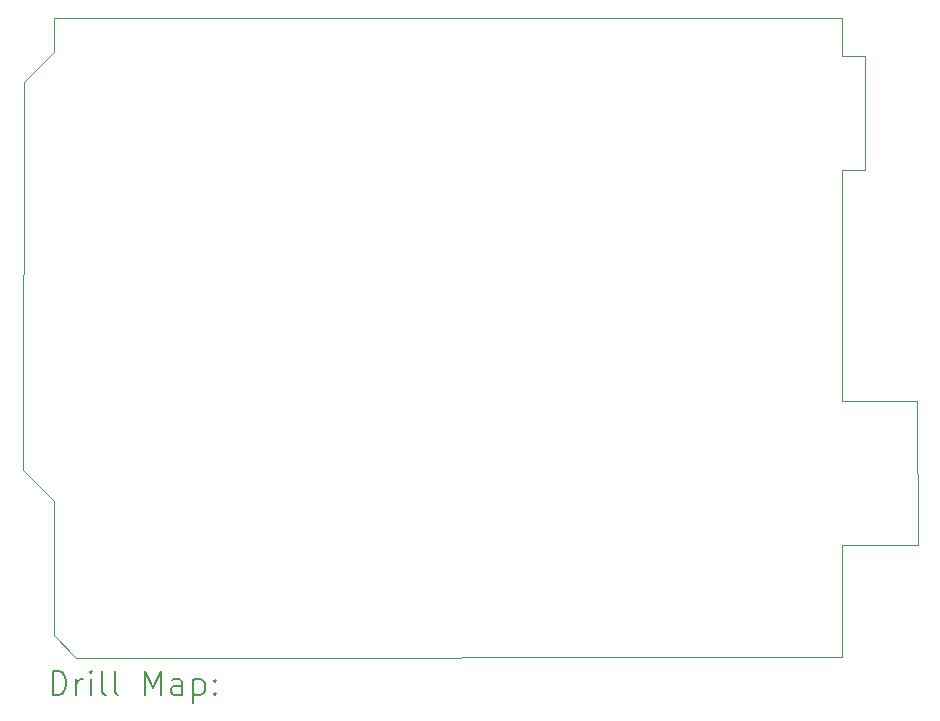
<source format=gbr>
%FSLAX45Y45*%
G04 Gerber Fmt 4.5, Leading zero omitted, Abs format (unit mm)*
G04 Created by KiCad (PCBNEW (6.0.6)) date 2022-11-26 23:59:41*
%MOMM*%
%LPD*%
G01*
G04 APERTURE LIST*
%TA.AperFunction,Profile*%
%ADD10C,0.100000*%
%TD*%
%ADD11C,0.200000*%
G04 APERTURE END LIST*
D10*
X4030980Y-6728460D02*
X4033520Y-6441440D01*
X3776980Y-6982460D02*
X4030980Y-6728460D01*
X3771900Y-10269220D02*
X3776980Y-6982460D01*
X4030980Y-10525760D02*
X3771900Y-10269220D01*
X4030980Y-11666220D02*
X4030980Y-10525760D01*
X4218940Y-11854180D02*
X4030980Y-11666220D01*
X10706100Y-11851640D02*
X4218940Y-11854180D01*
X10706100Y-10901680D02*
X10706100Y-11851640D01*
X11346180Y-10901680D02*
X10706100Y-10901680D01*
X11343640Y-9682480D02*
X11346180Y-10901680D01*
X10706100Y-9682480D02*
X11343640Y-9682480D01*
X10706100Y-7724140D02*
X10706100Y-9682480D01*
X10899140Y-7724140D02*
X10706100Y-7724140D01*
X10899140Y-6761480D02*
X10899140Y-7724140D01*
X10708640Y-6758940D02*
X10899140Y-6761480D01*
X10708640Y-6438900D02*
X10708640Y-6758940D01*
X4033520Y-6441440D02*
X10708640Y-6438900D01*
D11*
X4024519Y-12169656D02*
X4024519Y-11969656D01*
X4072138Y-11969656D01*
X4100709Y-11979180D01*
X4119757Y-11998228D01*
X4129281Y-12017275D01*
X4138805Y-12055370D01*
X4138805Y-12083942D01*
X4129281Y-12122037D01*
X4119757Y-12141085D01*
X4100709Y-12160132D01*
X4072138Y-12169656D01*
X4024519Y-12169656D01*
X4224519Y-12169656D02*
X4224519Y-12036323D01*
X4224519Y-12074418D02*
X4234043Y-12055370D01*
X4243567Y-12045847D01*
X4262614Y-12036323D01*
X4281662Y-12036323D01*
X4348329Y-12169656D02*
X4348329Y-12036323D01*
X4348329Y-11969656D02*
X4338805Y-11979180D01*
X4348329Y-11988704D01*
X4357852Y-11979180D01*
X4348329Y-11969656D01*
X4348329Y-11988704D01*
X4472138Y-12169656D02*
X4453090Y-12160132D01*
X4443567Y-12141085D01*
X4443567Y-11969656D01*
X4576900Y-12169656D02*
X4557852Y-12160132D01*
X4548329Y-12141085D01*
X4548329Y-11969656D01*
X4805471Y-12169656D02*
X4805471Y-11969656D01*
X4872138Y-12112513D01*
X4938805Y-11969656D01*
X4938805Y-12169656D01*
X5119757Y-12169656D02*
X5119757Y-12064894D01*
X5110233Y-12045847D01*
X5091186Y-12036323D01*
X5053090Y-12036323D01*
X5034043Y-12045847D01*
X5119757Y-12160132D02*
X5100710Y-12169656D01*
X5053090Y-12169656D01*
X5034043Y-12160132D01*
X5024519Y-12141085D01*
X5024519Y-12122037D01*
X5034043Y-12102989D01*
X5053090Y-12093466D01*
X5100710Y-12093466D01*
X5119757Y-12083942D01*
X5214995Y-12036323D02*
X5214995Y-12236323D01*
X5214995Y-12045847D02*
X5234043Y-12036323D01*
X5272138Y-12036323D01*
X5291186Y-12045847D01*
X5300710Y-12055370D01*
X5310233Y-12074418D01*
X5310233Y-12131561D01*
X5300710Y-12150608D01*
X5291186Y-12160132D01*
X5272138Y-12169656D01*
X5234043Y-12169656D01*
X5214995Y-12160132D01*
X5395948Y-12150608D02*
X5405471Y-12160132D01*
X5395948Y-12169656D01*
X5386424Y-12160132D01*
X5395948Y-12150608D01*
X5395948Y-12169656D01*
X5395948Y-12045847D02*
X5405471Y-12055370D01*
X5395948Y-12064894D01*
X5386424Y-12055370D01*
X5395948Y-12045847D01*
X5395948Y-12064894D01*
M02*

</source>
